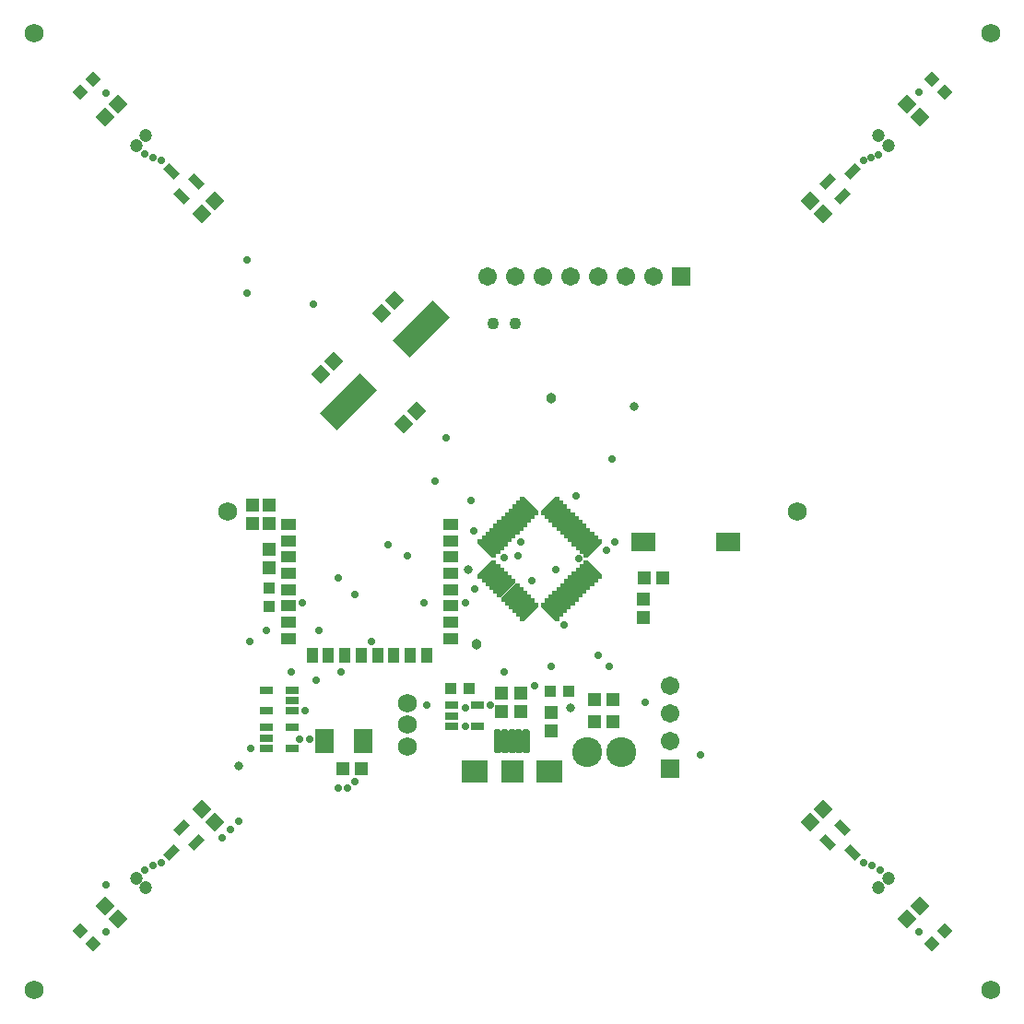
<source format=gts>
G04 Layer_Color=8388736*
%FSLAX25Y25*%
%MOIN*%
G70*
G01*
G75*
G04:AMPARAMS|DCode=56|XSize=31.62mil|YSize=53.28mil|CornerRadius=0mil|HoleSize=0mil|Usage=FLASHONLY|Rotation=45.000|XOffset=0mil|YOffset=0mil|HoleType=Round|Shape=Rectangle|*
%AMROTATEDRECTD56*
4,1,4,0.00766,-0.03002,-0.03002,0.00766,-0.00766,0.03002,0.03002,-0.00766,0.00766,-0.03002,0.0*
%
%ADD56ROTATEDRECTD56*%

%ADD57R,0.06706X0.08674*%
G04:AMPARAMS|DCode=58|XSize=47.37mil|YSize=51.31mil|CornerRadius=0mil|HoleSize=0mil|Usage=FLASHONLY|Rotation=135.000|XOffset=0mil|YOffset=0mil|HoleType=Round|Shape=Rectangle|*
%AMROTATEDRECTD58*
4,1,4,0.03489,0.00139,-0.00139,-0.03489,-0.03489,-0.00139,0.00139,0.03489,0.03489,0.00139,0.0*
%
%ADD58ROTATEDRECTD58*%

G04:AMPARAMS|DCode=59|XSize=204.85mil|YSize=86.74mil|CornerRadius=0mil|HoleSize=0mil|Usage=FLASHONLY|Rotation=225.000|XOffset=0mil|YOffset=0mil|HoleType=Round|Shape=Rectangle|*
%AMROTATEDRECTD59*
4,1,4,0.04176,0.10309,0.10309,0.04176,-0.04176,-0.10309,-0.10309,-0.04176,0.04176,0.10309,0.0*
%
%ADD59ROTATEDRECTD59*%

%ADD60R,0.04737X0.05131*%
%ADD61R,0.03950X0.05524*%
%ADD62R,0.05524X0.03950*%
%ADD63R,0.04737X0.02769*%
%ADD64R,0.03950X0.03950*%
%ADD65R,0.07887X0.08280*%
%ADD66R,0.09800X0.08280*%
G04:AMPARAMS|DCode=67|XSize=88.15mil|YSize=23.75mil|CornerRadius=0mil|HoleSize=0mil|Usage=FLASHONLY|Rotation=90.000|XOffset=0mil|YOffset=0mil|HoleType=Round|Shape=Octagon|*
%AMOCTAGOND67*
4,1,8,0.00594,0.04408,-0.00594,0.04408,-0.01187,0.03814,-0.01187,-0.03814,-0.00594,-0.04408,0.00594,-0.04408,0.01187,-0.03814,0.01187,0.03814,0.00594,0.04408,0.0*
%
%ADD67OCTAGOND67*%

%ADD68R,0.08674X0.06706*%
G04:AMPARAMS|DCode=69|XSize=19.81mil|YSize=90.68mil|CornerRadius=0mil|HoleSize=0mil|Usage=FLASHONLY|Rotation=315.000|XOffset=0mil|YOffset=0mil|HoleType=Round|Shape=Round|*
%AMOVALD69*
21,1,0.07087,0.01981,0.00000,0.00000,45.0*
1,1,0.01981,-0.02506,-0.02506*
1,1,0.01981,0.02506,0.02506*
%
%ADD69OVALD69*%

G04:AMPARAMS|DCode=70|XSize=19.81mil|YSize=90.68mil|CornerRadius=0mil|HoleSize=0mil|Usage=FLASHONLY|Rotation=45.000|XOffset=0mil|YOffset=0mil|HoleType=Round|Shape=Round|*
%AMOVALD70*
21,1,0.07087,0.01981,0.00000,0.00000,135.0*
1,1,0.01981,0.02506,-0.02506*
1,1,0.01981,-0.02506,0.02506*
%
%ADD70OVALD70*%

%ADD71R,0.03950X0.03950*%
G04:AMPARAMS|DCode=72|XSize=47.37mil|YSize=51.31mil|CornerRadius=0mil|HoleSize=0mil|Usage=FLASHONLY|Rotation=45.000|XOffset=0mil|YOffset=0mil|HoleType=Round|Shape=Rectangle|*
%AMROTATEDRECTD72*
4,1,4,0.00139,-0.03489,-0.03489,0.00139,-0.00139,0.03489,0.03489,-0.00139,0.00139,-0.03489,0.0*
%
%ADD72ROTATEDRECTD72*%

%ADD73R,0.05131X0.04737*%
%ADD74P,0.05586X4X360.0*%
%ADD75P,0.05586X4X270.0*%
G04:AMPARAMS|DCode=76|XSize=31.62mil|YSize=53.28mil|CornerRadius=0mil|HoleSize=0mil|Usage=FLASHONLY|Rotation=135.000|XOffset=0mil|YOffset=0mil|HoleType=Round|Shape=Rectangle|*
%AMROTATEDRECTD76*
4,1,4,0.03002,0.00766,-0.00766,-0.03002,-0.03002,-0.00766,0.00766,0.03002,0.03002,0.00766,0.0*
%
%ADD76ROTATEDRECTD76*%

%ADD77C,0.04737*%
%ADD78R,0.06706X0.06706*%
%ADD79C,0.06706*%
%ADD80R,0.06706X0.06706*%
%ADD81C,0.06800*%
%ADD82C,0.06800*%
%ADD83C,0.10800*%
%ADD84C,0.02800*%
%ADD85C,0.03300*%
%ADD86C,0.04300*%
%ADD87C,0.03800*%
D56*
X123079Y-123168D02*
D03*
X114171Y-119549D02*
D03*
X119460Y-114260D02*
D03*
X-123079Y123168D02*
D03*
X-114171Y119549D02*
D03*
X-119460Y114260D02*
D03*
D57*
X-54000Y-83000D02*
D03*
X-67779D02*
D03*
D58*
X-69366Y49634D02*
D03*
X-64634Y54366D02*
D03*
X-39366Y31634D02*
D03*
X-34634Y36366D02*
D03*
X-112366Y107634D02*
D03*
X-107634Y112366D02*
D03*
X112366Y-107634D02*
D03*
X107634Y-112366D02*
D03*
X-42634Y76366D02*
D03*
X-47366Y71634D02*
D03*
X-147366Y142634D02*
D03*
X-142634Y147366D02*
D03*
X147366Y-142634D02*
D03*
X142634Y-147366D02*
D03*
D59*
X-59223Y39777D02*
D03*
X-32777Y66223D02*
D03*
D60*
X3000Y-65654D02*
D03*
Y-72347D02*
D03*
X-4000Y-65654D02*
D03*
Y-72347D02*
D03*
X14000Y-79347D02*
D03*
Y-72654D02*
D03*
X-88000Y-4346D02*
D03*
Y2347D02*
D03*
X-94000Y-4346D02*
D03*
Y2347D02*
D03*
X-88000Y-13654D02*
D03*
Y-20346D02*
D03*
X47500Y-38346D02*
D03*
Y-31653D02*
D03*
D61*
X-66424Y-51744D02*
D03*
X-60519D02*
D03*
X-42802D02*
D03*
X-30991D02*
D03*
X-54613D02*
D03*
X-48708D02*
D03*
X-36897D02*
D03*
X-72330D02*
D03*
D62*
X-81000Y-45839D02*
D03*
Y-39933D02*
D03*
Y-34028D02*
D03*
Y-28122D02*
D03*
Y-16311D02*
D03*
Y-10406D02*
D03*
X-22200Y-45839D02*
D03*
Y-39933D02*
D03*
Y-34028D02*
D03*
Y-28122D02*
D03*
Y-22217D02*
D03*
Y-16311D02*
D03*
Y-10406D02*
D03*
Y-4500D02*
D03*
X-81000Y-22217D02*
D03*
Y-4500D02*
D03*
D63*
X-12551Y-77480D02*
D03*
Y-70000D02*
D03*
X-22000Y-73740D02*
D03*
Y-70000D02*
D03*
Y-77480D02*
D03*
X-88949Y-64520D02*
D03*
Y-72000D02*
D03*
X-79500Y-68260D02*
D03*
Y-72000D02*
D03*
Y-64520D02*
D03*
X-79551Y-85480D02*
D03*
Y-78000D02*
D03*
X-89000Y-81740D02*
D03*
Y-78000D02*
D03*
Y-85480D02*
D03*
D64*
X-22346Y-64000D02*
D03*
X-15654D02*
D03*
X20346Y-65000D02*
D03*
X13654D02*
D03*
D65*
X0Y-94000D02*
D03*
D66*
X-13500D02*
D03*
X13500D02*
D03*
D67*
X5118Y-82800D02*
D03*
X2559D02*
D03*
X0D02*
D03*
X-2559D02*
D03*
X-5118D02*
D03*
D68*
X78209Y-11000D02*
D03*
X47500D02*
D03*
D69*
X13758Y2070D02*
D03*
X15150Y678D02*
D03*
X16542Y-714D02*
D03*
X17934Y-2106D02*
D03*
X19326Y-3498D02*
D03*
X20718Y-4890D02*
D03*
X22110Y-6282D02*
D03*
X23502Y-7674D02*
D03*
X24894Y-9066D02*
D03*
X26286Y-10458D02*
D03*
X27678Y-11850D02*
D03*
X29070Y-13242D02*
D03*
X6242Y-36070D02*
D03*
X4850Y-34678D02*
D03*
X3458Y-33286D02*
D03*
X2066Y-31894D02*
D03*
X674Y-30502D02*
D03*
X-718Y-29110D02*
D03*
X-2110Y-27718D02*
D03*
X-3502Y-26326D02*
D03*
X-4894Y-24934D02*
D03*
X-6286Y-23542D02*
D03*
X-7678Y-22150D02*
D03*
X-9070Y-20758D02*
D03*
D70*
X29070Y-20758D02*
D03*
X27678Y-22150D02*
D03*
X26286Y-23542D02*
D03*
X24894Y-24934D02*
D03*
X23502Y-26326D02*
D03*
X22110Y-27718D02*
D03*
X20718Y-29110D02*
D03*
X19326Y-30502D02*
D03*
X17934Y-31894D02*
D03*
X16542Y-33286D02*
D03*
X15150Y-34678D02*
D03*
X13758Y-36070D02*
D03*
X-9070Y-13242D02*
D03*
X-7678Y-11850D02*
D03*
X-6286Y-10458D02*
D03*
X-4894Y-9066D02*
D03*
X-3502Y-7674D02*
D03*
X-2110Y-6282D02*
D03*
X-718Y-4890D02*
D03*
X674Y-3498D02*
D03*
X2066Y-2106D02*
D03*
X3458Y-714D02*
D03*
X4850Y678D02*
D03*
X6242Y2070D02*
D03*
D71*
X-88000Y-34346D02*
D03*
Y-27654D02*
D03*
D72*
X-107634Y-112366D02*
D03*
X-112366Y-107634D02*
D03*
X147366Y142634D02*
D03*
X142634Y147366D02*
D03*
X107634Y112366D02*
D03*
X112366Y107634D02*
D03*
X-147366Y-142634D02*
D03*
X-142634Y-147366D02*
D03*
D73*
X54347Y-24000D02*
D03*
X47654D02*
D03*
X-54654Y-93000D02*
D03*
X-61347D02*
D03*
X29654Y-68000D02*
D03*
X36347D02*
D03*
X29654Y-76000D02*
D03*
X36347D02*
D03*
D74*
X156366Y151634D02*
D03*
X151634Y156366D02*
D03*
X-156366Y-151634D02*
D03*
X-151634Y-156366D02*
D03*
D75*
X-156366Y151634D02*
D03*
X-151634Y156366D02*
D03*
X156366Y-151634D02*
D03*
X151634Y-156366D02*
D03*
D76*
X123168Y123079D02*
D03*
X119549Y114171D02*
D03*
X114260Y119460D02*
D03*
X-123168Y-123079D02*
D03*
X-119549Y-114171D02*
D03*
X-114260Y-119460D02*
D03*
D77*
X135980Y-132520D02*
D03*
X132500Y-136000D02*
D03*
X-135980Y-132520D02*
D03*
X-132500Y-136000D02*
D03*
X135980Y132520D02*
D03*
X132500Y136000D02*
D03*
X-135980Y132520D02*
D03*
X-132500Y136000D02*
D03*
D78*
X61000Y85000D02*
D03*
D79*
X51000D02*
D03*
X41000D02*
D03*
X31000D02*
D03*
X21000D02*
D03*
X11000D02*
D03*
X1000D02*
D03*
X-9000D02*
D03*
X57000Y-63000D02*
D03*
Y-73000D02*
D03*
Y-83000D02*
D03*
D80*
Y-93000D02*
D03*
D81*
X-38000Y-84874D02*
D03*
Y-77000D02*
D03*
Y-69126D02*
D03*
D82*
X103000Y0D02*
D03*
X-103000D02*
D03*
X-173000Y173000D02*
D03*
X173000D02*
D03*
X-173000Y-173000D02*
D03*
X173000D02*
D03*
D83*
X27000Y-87000D02*
D03*
X39500D02*
D03*
D84*
X127000Y-127000D02*
D03*
X130000Y-128000D02*
D03*
X133000Y-129540D02*
D03*
X-127000Y-127000D02*
D03*
X-130000Y-128000D02*
D03*
X-133000Y-129540D02*
D03*
X127000Y127000D02*
D03*
X129730Y128000D02*
D03*
X132460Y129000D02*
D03*
X-130000Y128000D02*
D03*
X-127000Y127000D02*
D03*
X-133000Y129540D02*
D03*
X-59551Y-100000D02*
D03*
X-63000D02*
D03*
X-57051Y-97500D02*
D03*
X-105000Y-118000D02*
D03*
X-102000Y-115000D02*
D03*
X-99000Y-112000D02*
D03*
X36000Y19000D02*
D03*
X68000Y-88000D02*
D03*
X18689Y-41000D02*
D03*
X-147000Y-135000D02*
D03*
X3000Y-11000D02*
D03*
X37000D02*
D03*
X31200Y-51800D02*
D03*
X24000Y-17000D02*
D03*
X-51000Y-47000D02*
D03*
X-13528Y-28000D02*
D03*
X-62000Y-58000D02*
D03*
X8000Y-63000D02*
D03*
X-75000Y-72000D02*
D03*
X-8000Y-70000D02*
D03*
X-17000Y-71000D02*
D03*
Y-77480D02*
D03*
X-94480Y-85480D02*
D03*
X2000Y-16000D02*
D03*
X-73347Y-82346D02*
D03*
X-31000Y-70000D02*
D03*
X147000Y151800D02*
D03*
X23000Y5744D02*
D03*
X-147000Y151500D02*
D03*
Y-151733D02*
D03*
X147000Y-152000D02*
D03*
X-24000Y26744D02*
D03*
X-72000Y75000D02*
D03*
X-63000Y-24000D02*
D03*
X-28000Y11000D02*
D03*
X-77000Y-82346D02*
D03*
X-71000Y-61000D02*
D03*
X-80000Y-58000D02*
D03*
X-17000Y-33000D02*
D03*
X-32000D02*
D03*
X-76000D02*
D03*
X-96000Y79000D02*
D03*
Y91267D02*
D03*
X-3000Y-16527D02*
D03*
X-45000Y-12000D02*
D03*
X-70000Y-43000D02*
D03*
X-57000Y-30000D02*
D03*
X-89000Y-43000D02*
D03*
X-95000Y-47000D02*
D03*
X48000Y-69000D02*
D03*
X35000Y-56000D02*
D03*
X14000D02*
D03*
X7000Y-25000D02*
D03*
X-3000Y-58000D02*
D03*
X15744Y-21000D02*
D03*
X34000Y-14000D02*
D03*
X-38000Y-16000D02*
D03*
X-14000Y-7000D02*
D03*
X-15000Y4000D02*
D03*
D85*
X21000Y-71000D02*
D03*
X-16000Y-21000D02*
D03*
X44000Y38000D02*
D03*
X-99000Y-92000D02*
D03*
D86*
X-7000Y68000D02*
D03*
X1000D02*
D03*
D87*
X-13000Y-48000D02*
D03*
X14000Y41000D02*
D03*
M02*

</source>
